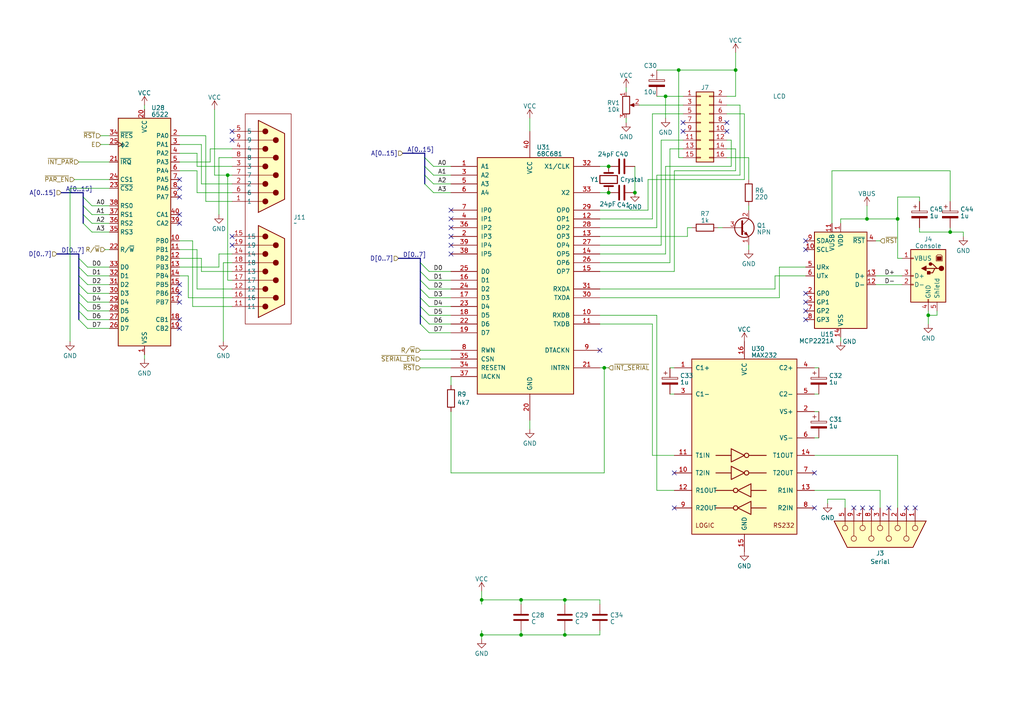
<source format=kicad_sch>
(kicad_sch (version 20231120) (generator "eeschema") (generator_version "8.0")
  (paper "A4")
  (lib_symbols
    (symbol "Connector:DE9_Receptacle" (pin_names (offset 1.016) hide)
      (property "Reference" "J" (at 0 13.97 0))
      (property "Value" "DE9_Receptacle" (at 0 -14.605 0))
      (symbol "DE9_Receptacle_1_1"
        (pin passive line (at -7.62 10.16 0) (length 3.81) (name "1") (number "1"))
        (pin passive line (at -7.62 5.08 0) (length 3.81) (name "2") (number "2"))
        (pin passive line (at -7.62 0 0) (length 3.81) (name "3") (number "3"))
        (pin passive line (at -7.62 -5.08 0) (length 3.81) (name "4") (number "4"))
        (pin passive line (at -7.62 -10.16 0) (length 3.81) (name "5") (number "5"))
        (pin passive line (at -7.62 7.62 0) (length 3.81) (name "6") (number "6"))
        (pin passive line (at -7.62 2.54 0) (length 3.81) (name "7") (number "7"))
        (pin passive line (at -7.62 -2.54 0) (length 3.81) (name "8") (number "8"))
        (pin passive line (at -7.62 -7.62 0) (length 3.81) (name "9") (number "9"))
      )
    )
    (symbol "Connector:USB_B" (pin_names (offset 1.016))
      (property "Reference" "J" (at -5.08 11.43 0))
      (property "Value" "USB_B" (at -5.08 8.89 0))
      (symbol "USB_B_1_1"
        (pin power_out line (at 7.62 5.08 180) (length 2.54) (name "VBUS") (number "1"))
        (pin bidirectional line (at 7.62 -2.54 180) (length 2.54) (name "D-") (number "2"))
        (pin bidirectional line (at 7.62 0 180) (length 2.54) (name "D+") (number "3"))
        (pin power_out line (at 0 -10.16 90) (length 2.54) (name "GND") (number "4"))
        (pin passive line (at -2.54 -10.16 90) (length 2.54) (name "Shield") (number "5"))
      )
    )
    (symbol "Connector_Generic:Conn_02x08_Odd_Even" (pin_names (offset 1.016) hide)
      (property "Reference" "J" (at 1.27 10.16 0))
      (property "Value" "Conn_02x08_Odd_Even" (at 1.27 -12.7 0))
      (symbol "Conn_02x08_Odd_Even_1_1"
        (pin passive line (at -5.08 7.62 0) (length 3.81) (name "Pin_1") (number "1"))
        (pin passive line (at 7.62 -2.54 180) (length 3.81) (name "Pin_10") (number "10"))
        (pin passive line (at -5.08 -5.08 0) (length 3.81) (name "Pin_11") (number "11"))
        (pin passive line (at 7.62 -5.08 180) (length 3.81) (name "Pin_12") (number "12"))
        (pin passive line (at -5.08 -7.62 0) (length 3.81) (name "Pin_13") (number "13"))
        (pin passive line (at 7.62 -7.62 180) (length 3.81) (name "Pin_14") (number "14"))
        (pin passive line (at -5.08 -10.16 0) (length 3.81) (name "Pin_15") (number "15"))
        (pin passive line (at 7.62 -10.16 180) (length 3.81) (name "Pin_16") (number "16"))
        (pin passive line (at 7.62 7.62 180) (length 3.81) (name "Pin_2") (number "2"))
        (pin passive line (at -5.08 5.08 0) (length 3.81) (name "Pin_3") (number "3"))
        (pin passive line (at 7.62 5.08 180) (length 3.81) (name "Pin_4") (number "4"))
        (pin passive line (at -5.08 2.54 0) (length 3.81) (name "Pin_5") (number "5"))
        (pin passive line (at 7.62 2.54 180) (length 3.81) (name "Pin_6") (number "6"))
        (pin passive line (at -5.08 0 0) (length 3.81) (name "Pin_7") (number "7"))
        (pin passive line (at 7.62 0 180) (length 3.81) (name "Pin_8") (number "8"))
        (pin passive line (at -5.08 -2.54 0) (length 3.81) (name "Pin_9") (number "9"))
      )
    )
    (symbol "Device:C" (pin_numbers hide) (pin_names (offset 0.254))
      (property "Reference" "C" (at 0.635 2.54 0))
      (property "Value" "C" (at 0.635 -2.54 0))
      (symbol "C_1_1"
        (pin passive line (at 0 3.81 270) (length 2.794) (name "~") (number "1"))
        (pin passive line (at 0 -3.81 90) (length 2.794) (name "~") (number "2"))
      )
    )
    (symbol "Device:C_Polarized" (pin_numbers hide) (pin_names (offset 0.254))
      (property "Reference" "C" (at 0.635 2.54 0))
      (property "Value" "C_Polarized" (at 0.635 -2.54 0))
      (symbol "C_Polarized_1_1"
        (pin passive line (at 0 3.81 270) (length 2.794) (name "~") (number "1"))
        (pin passive line (at 0 -3.81 90) (length 2.794) (name "~") (number "2"))
      )
    )
    (symbol "Device:Crystal" (pin_numbers hide) (pin_names (offset 1.016) hide)
      (property "Reference" "Y" (at 0 3.81 0))
      (property "Value" "Crystal" (at 0 -3.81 0))
      (symbol "Crystal_1_1"
        (pin passive line (at -3.81 0 0) (length 1.27) (name "1") (number "1"))
        (pin passive line (at 3.81 0 180) (length 1.27) (name "2") (number "2"))
      )
    )
    (symbol "Device:Q_NPN_ECB" (pin_names (offset 0) hide)
      (property "Reference" "Q" (at 5.08 1.27 0))
      (property "Value" "Q_NPN_ECB" (at 5.08 -1.27 0))
      (symbol "Q_NPN_ECB_1_1"
        (pin passive line (at 2.54 -5.08 90) (length 2.54) (name "E") (number "1"))
        (pin passive line (at 2.54 5.08 270) (length 2.54) (name "C") (number "2"))
        (pin passive line (at -5.08 0 0) (length 5.715) (name "B") (number "3"))
      )
    )
    (symbol "Device:R" (pin_numbers hide) (pin_names (offset 0))
      (property "Reference" "R" (at 2.032 0 90))
      (property "Value" "R" (at 0 0 90))
      (symbol "R_1_1"
        (pin passive line (at 0 3.81 270) (length 1.27) (name "~") (number "1"))
        (pin passive line (at 0 -3.81 90) (length 1.27) (name "~") (number "2"))
      )
    )
    (symbol "Device:R_Potentiometer" (pin_names (offset 1.016) hide)
      (property "Reference" "RV" (at -4.445 0 90))
      (property "Value" "R_Potentiometer" (at -2.54 0 90))
      (symbol "R_Potentiometer_1_1"
        (pin passive line (at 0 3.81 270) (length 1.27) (name "1") (number "1"))
        (pin passive line (at 3.81 0 180) (length 1.27) (name "2") (number "2"))
        (pin passive line (at 0 -3.81 90) (length 1.27) (name "3") (number "3"))
      )
    )
    (symbol "Interface_UART:68C681" (pin_names (offset 1.016))
      (property "Reference" "U" (at -1.27 2.54 0))
      (property "Value" "68C681" (at -1.27 -2.54 0))
      (symbol "68C681_1_1"
        (pin input line (at -22.86 33.02 0) (length 7.62) (name "A1") (number "1"))
        (pin input line (at 20.32 -10.16 180) (length 7.62) (name "RXDB") (number "10"))
        (pin output line (at 20.32 -12.7 180) (length 7.62) (name "TXDB") (number "11"))
        (pin output line (at 20.32 17.78 180) (length 7.62) (name "OP1") (number "12"))
        (pin output line (at 20.32 12.7 180) (length 7.62) (name "OP3") (number "13"))
        (pin output line (at 20.32 7.62 180) (length 7.62) (name "OP5") (number "14"))
        (pin output line (at 20.32 2.54 180) (length 7.62) (name "OP7") (number "15"))
        (pin input line (at -22.86 0 0) (length 7.62) (name "D1") (number "16"))
        (pin input line (at -22.86 -5.08 0) (length 7.62) (name "D3") (number "17"))
        (pin input line (at -22.86 -10.16 0) (length 7.62) (name "D5") (number "18"))
        (pin input line (at -22.86 -15.24 0) (length 7.62) (name "D7") (number "19"))
        (pin input line (at -22.86 12.7 0) (length 7.62) (name "IP3") (number "2"))
        (pin power_in line (at 0 -40.64 90) (length 7.62) (name "GND") (number "20"))
        (pin output line (at 20.32 -25.4 180) (length 7.62) (name "INTRN") (number "21"))
        (pin input line (at -22.86 -12.7 0) (length 7.62) (name "D6") (number "22"))
        (pin input line (at -22.86 -7.62 0) (length 7.62) (name "D4") (number "23"))
        (pin input line (at -22.86 -2.54 0) (length 7.62) (name "D2") (number "24"))
        (pin input line (at -22.86 2.54 0) (length 7.62) (name "D0") (number "25"))
        (pin output line (at 20.32 5.08 180) (length 7.62) (name "OP6") (number "26"))
        (pin output line (at 20.32 10.16 180) (length 7.62) (name "OP4") (number "27"))
        (pin output line (at 20.32 15.24 180) (length 7.62) (name "OP2") (number "28"))
        (pin output line (at 20.32 20.32 180) (length 7.62) (name "OP0") (number "29"))
        (pin input line (at -22.86 30.48 0) (length 7.62) (name "A2") (number "3"))
        (pin output line (at 20.32 -5.08 180) (length 7.62) (name "TXDA") (number "30"))
        (pin input line (at 20.32 -2.54 180) (length 7.62) (name "RXDA") (number "31"))
        (pin input line (at 20.32 33.02 180) (length 7.62) (name "X1/CLK") (number "32"))
        (pin output line (at 20.32 25.4 180) (length 7.62) (name "X2") (number "33"))
        (pin input line (at -22.86 -25.4 0) (length 7.62) (name "RESETN") (number "34"))
        (pin input line (at -22.86 -22.86 0) (length 7.62) (name "CSN") (number "35"))
        (pin input line (at -22.86 15.24 0) (length 7.62) (name "IP2") (number "36"))
        (pin input line (at -22.86 -27.94 0) (length 7.62) (name "IACKN") (number "37"))
        (pin input line (at -22.86 7.62 0) (length 7.62) (name "IP5") (number "38"))
        (pin input line (at -22.86 10.16 0) (length 7.62) (name "IP4") (number "39"))
        (pin input line (at -22.86 17.78 0) (length 7.62) (name "IP1") (number "4"))
        (pin power_in line (at 0 43.18 270) (length 7.62) (name "VCC") (number "40"))
        (pin input line (at -22.86 27.94 0) (length 7.62) (name "A3") (number "5"))
        (pin input line (at -22.86 25.4 0) (length 7.62) (name "A4") (number "6"))
        (pin input line (at -22.86 20.32 0) (length 7.62) (name "IP0") (number "7"))
        (pin input line (at -22.86 -20.32 0) (length 7.62) (name "RWN") (number "8"))
        (pin output line (at 20.32 -20.32 180) (length 7.62) (name "DTACKN") (number "9"))
      )
    )
    (symbol "Interface_UART:MAX232" (pin_names (offset 1.016))
      (property "Reference" "U" (at -2.54 28.575 0))
      (property "Value" "MAX232" (at -2.54 26.67 0))
      (symbol "MAX232_0_0"
        (text "LOGIC" (at -11.43 -22.86 0) (effects (font (size 1.27 1.27))))
        (text "RS232" (at 11.43 -22.86 0) (effects (font (size 1.27 1.27))))
      )
      (symbol "MAX232_1_1"
        (pin passive line (at -20.32 22.86 0) (length 5.08) (name "C1+") (number "1"))
        (pin input line (at -20.32 -7.62 0) (length 5.08) (name "T2IN") (number "10"))
        (pin input line (at -20.32 -2.54 0) (length 5.08) (name "T1IN") (number "11"))
        (pin output line (at -20.32 -12.7 0) (length 5.08) (name "R1OUT") (number "12"))
        (pin input line (at 20.32 -12.7 180) (length 5.08) (name "R1IN") (number "13"))
        (pin output line (at 20.32 -2.54 180) (length 5.08) (name "T1OUT") (number "14"))
        (pin power_in line (at 0 -30.48 90) (length 5.08) (name "GND") (number "15"))
        (pin power_in line (at 0 30.48 270) (length 5.08) (name "VCC") (number "16"))
        (pin power_out line (at 20.32 10.16 180) (length 5.08) (name "VS+") (number "2"))
        (pin passive line (at -20.32 15.24 0) (length 5.08) (name "C1-") (number "3"))
        (pin passive line (at 20.32 22.86 180) (length 5.08) (name "C2+") (number "4"))
        (pin passive line (at 20.32 15.24 180) (length 5.08) (name "C2-") (number "5"))
        (pin power_out line (at 20.32 2.54 180) (length 5.08) (name "VS-") (number "6"))
        (pin output line (at 20.32 -7.62 180) (length 5.08) (name "T2OUT") (number "7"))
        (pin input line (at 20.32 -17.78 180) (length 5.08) (name "R2IN") (number "8"))
        (pin output line (at -20.32 -17.78 0) (length 5.08) (name "R2OUT") (number "9"))
      )
    )
    (symbol "Interface_USB:MCP2221AxP"
      (property "Reference" "U" (at -7.62 16.51 0))
      (property "Value" "MCP2221AxP" (at 12.7 16.51 0))
      (symbol "MCP2221AxP_1_1"
        (pin power_in line (at 0 17.78 270) (length 2.54) (name "VDD") (number "1"))
        (pin bidirectional line (at 10.16 10.16 180) (length 2.54) (name "SCL") (number "10"))
        (pin passive line (at 2.54 17.78 270) (length 2.54) (name "VUSB") (number "11"))
        (pin bidirectional line (at -10.16 0 0) (length 2.54) (name "D-") (number "12"))
        (pin bidirectional line (at -10.16 2.54 0) (length 2.54) (name "D+") (number "13"))
        (pin power_in line (at 0 -15.24 90) (length 2.54) (name "VSS") (number "14"))
        (pin bidirectional line (at 10.16 -2.54 180) (length 2.54) (name "GP0") (number "2"))
        (pin bidirectional line (at 10.16 -5.08 180) (length 2.54) (name "GP1") (number "3"))
        (pin input line (at -10.16 12.7 0) (length 2.54) (name "~{RST}") (number "4"))
        (pin input line (at 10.16 5.08 180) (length 2.54) (name "URx") (number "5"))
        (pin output line (at 10.16 2.54 180) (length 2.54) (name "UTx") (number "6"))
        (pin bidirectional line (at 10.16 -7.62 180) (length 2.54) (name "GP2") (number "7"))
        (pin bidirectional line (at 10.16 -10.16 180) (length 2.54) (name "GP3") (number "8"))
        (pin bidirectional line (at 10.16 12.7 180) (length 2.54) (name "SDA") (number "9"))
      )
    )
    (symbol "PCM_65xx-library:6522"
      (property "Reference" "U" (at 2.54 38.1 0))
      (property "Value" "6522" (at 2.54 35.56 0))
      (symbol "6522_1_1"
        (pin power_in line (at 0 -35.56 90) (length 2.54) (name "VSS") (number "1"))
        (pin bidirectional line (at 10.16 -2.54 180) (length 2.54) (name "PB0") (number "10"))
        (pin bidirectional line (at 10.16 -5.08 180) (length 2.54) (name "PB1") (number "11"))
        (pin bidirectional line (at 10.16 -7.62 180) (length 2.54) (name "PB2") (number "12"))
        (pin bidirectional line (at 10.16 -10.16 180) (length 2.54) (name "PB3") (number "13"))
        (pin bidirectional line (at 10.16 -12.7 180) (length 2.54) (name "PB4") (number "14"))
        (pin bidirectional line (at 10.16 -15.24 180) (length 2.54) (name "PB5") (number "15"))
        (pin bidirectional line (at 10.16 -17.78 180) (length 2.54) (name "PB6") (number "16"))
        (pin bidirectional line (at 10.16 -20.32 180) (length 2.54) (name "PB7") (number "17"))
        (pin input line (at 10.16 -25.4 180) (length 2.54) (name "CB1") (number "18"))
        (pin bidirectional line (at 10.16 -27.94 180) (length 2.54) (name "CB2") (number "19"))
        (pin bidirectional line (at 10.16 27.94 180) (length 2.54) (name "PA0") (number "2"))
        (pin power_in line (at 0 35.56 270) (length 2.54) (name "VCC") (number "20"))
        (pin open_collector line (at -10.16 20.32 0) (length 2.54) (name "~{IRQ}") (number "21"))
        (pin input line (at -10.16 -5.08 0) (length 2.54) (name "R/~{W}") (number "22"))
        (pin input line (at -10.16 12.7 0) (length 2.54) (name "~{CS2}") (number "23"))
        (pin input line (at -10.16 15.24 0) (length 2.54) (name "CS1") (number "24"))
        (pin input clock (at -10.16 25.4 0) (length 2.54) (name "ϕ2") (number "25"))
        (pin bidirectional line (at -10.16 -27.94 0) (length 2.54) (name "D7") (number "26"))
        (pin bidirectional line (at -10.16 -25.4 0) (length 2.54) (name "D6") (number "27"))
        (pin bidirectional line (at -10.16 -22.86 0) (length 2.54) (name "D5") (number "28"))
        (pin bidirectional line (at -10.16 -20.32 0) (length 2.54) (name "D4") (number "29"))
        (pin bidirectional line (at 10.16 25.4 180) (length 2.54) (name "PA1") (number "3"))
        (pin bidirectional line (at -10.16 -17.78 0) (length 2.54) (name "D3") (number "30"))
        (pin bidirectional line (at -10.16 -15.24 0) (length 2.54) (name "D2") (number "31"))
        (pin bidirectional line (at -10.16 -12.7 0) (length 2.54) (name "D1") (number "32"))
        (pin bidirectional line (at -10.16 -10.16 0) (length 2.54) (name "D0") (number "33"))
        (pin input line (at -10.16 27.94 0) (length 2.54) (name "~{RES}") (number "34"))
        (pin input line (at -10.16 0 0) (length 2.54) (name "RS3") (number "35"))
        (pin input line (at -10.16 2.54 0) (length 2.54) (name "RS2") (number "36"))
        (pin input line (at -10.16 5.08 0) (length 2.54) (name "RS1") (number "37"))
        (pin input line (at -10.16 7.62 0) (length 2.54) (name "RS0") (number "38"))
        (pin bidirectional line (at 10.16 2.54 180) (length 2.54) (name "CA2") (number "39"))
        (pin bidirectional line (at 10.16 22.86 180) (length 2.54) (name "PA2") (number "4"))
        (pin input line (at 10.16 5.08 180) (length 2.54) (name "CA1") (number "40"))
        (pin bidirectional line (at 10.16 20.32 180) (length 2.54) (name "PA3") (number "5"))
        (pin bidirectional line (at 10.16 17.78 180) (length 2.54) (name "PA4") (number "6"))
        (pin bidirectional line (at 10.16 15.24 180) (length 2.54) (name "PA5") (number "7"))
        (pin bidirectional line (at 10.16 12.7 180) (length 2.54) (name "PA6") (number "8"))
        (pin bidirectional line (at 10.16 10.16 180) (length 2.54) (name "PA7") (number "9"))
      )
    )
    (symbol "motherboard:Dual-DB9"
      (property "Reference" "J" (at -1.27 -33.782 0))
      (symbol "Dual-DB9_1_1"
        (pin passive line (at -6.35 5.08 0) (length 3.81) (name "1") (number "1"))
        (pin passive line (at -6.35 -25.4 0) (length 3.81) (name "11") (number "11"))
        (pin passive line (at -6.35 -20.32 0) (length 3.81) (name "12") (number "12"))
        (pin passive line (at -6.35 -15.24 0) (length 3.81) (name "13") (number "13"))
        (pin passive line (at -6.35 -10.16 0) (length 3.81) (name "14") (number "14"))
        (pin passive line (at -6.35 -5.08 0) (length 3.81) (name "15") (number "15"))
        (pin passive line (at -6.35 -22.86 0) (length 3.81) (name "16") (number "16"))
        (pin passive line (at -6.35 -17.78 0) (length 3.81) (name "17") (number "17"))
        (pin passive line (at -6.35 -12.7 0) (length 3.81) (name "18") (number "18"))
        (pin passive line (at -6.35 -7.62 0) (length 3.81) (name "19") (number "19"))
        (pin passive line (at -6.35 10.16 0) (length 3.81) (name "2") (number "2"))
        (pin passive line (at -6.35 15.24 0) (length 3.81) (name "3") (number "3"))
        (pin passive line (at -6.35 20.32 0) (length 3.81) (name "4") (number "4"))
        (pin passive line (at -6.35 25.4 0) (length 3.81) (name "5") (number "5"))
        (pin passive line (at -6.35 7.62 0) (length 3.81) (name "6") (number "6"))
        (pin passive line (at -6.35 12.7 0) (length 3.81) (name "7") (number "7"))
        (pin passive line (at -6.35 17.78 0) (length 3.81) (name "8") (number "8"))
        (pin passive line (at -6.35 22.86 0) (length 3.81) (name "9") (number "9"))
      )
    )
    (symbol "power:GND" (power) (pin_names (offset 0))
      (property "Value" "GND" (at 0 -3.81 0))
      (symbol "GND_1_1"
        (pin power_in line (at 0 0 270) (length 0) hide (name "GND") (number "1"))
      )
    )
    (symbol "power:VBUS" (power) (pin_names (offset 0))
      (property "Value" "VBUS" (at 0 3.81 0))
      (symbol "VBUS_1_1"
        (pin power_in line (at 0 0 90) (length 0) hide (name "VBUS") (number "1"))
      )
    )
    (symbol "power:VCC" (power) (pin_names (offset 0))
      (property "Value" "VCC" (at 0 3.81 0))
      (symbol "VCC_1_1"
        (pin power_in line (at 0 0 90) (length 0) hide (name "VCC") (number "1"))
      )
    )
  )
  (junction (at 176.53 48.26))
  (junction (at 184.15 55.88))
  (junction (at 176.53 55.88))
  (junction (at 139.7 173.99))
  (junction (at 151.13 184.15))
  (junction (at 260.35 63.5))
  (junction (at 196.85 20.32))
  (junction (at 193.04 27.94))
  (junction (at 151.13 173.99))
  (junction (at 175.26 106.68))
  (junction (at 251.46 63.5))
  (junction (at 275.59 67.31))
  (junction (at 269.24 91.44))
  (junction (at 163.83 173.99))
  (junction (at 139.7 184.15))
  (junction (at 66.04 50.8))
  (junction (at 163.83 184.15))
  (junction (at 213.36 20.32))
  (no_connect (at 130.81 63.5))
  (no_connect (at 67.31 40.64))
  (no_connect (at 130.81 73.66))
  (no_connect (at 195.58 137.16))
  (no_connect (at 247.65 147.32))
  (no_connect (at 210.82 35.56))
  (no_connect (at 233.68 85.09))
  (no_connect (at 52.07 64.77))
  (no_connect (at 130.81 66.04))
  (no_connect (at 257.81 147.32))
  (no_connect (at 262.89 147.32))
  (no_connect (at 236.22 147.32))
  (no_connect (at 52.07 57.15))
  (no_connect (at 252.73 147.32))
  (no_connect (at 52.07 87.63))
  (no_connect (at 52.07 62.23))
  (no_connect (at 265.43 147.32))
  (no_connect (at 130.81 68.58))
  (no_connect (at 173.99 101.6))
  (no_connect (at 233.68 92.71))
  (no_connect (at 52.07 95.25))
  (no_connect (at 52.07 54.61))
  (no_connect (at 233.68 90.17))
  (no_connect (at 195.58 147.32))
  (no_connect (at 233.68 87.63))
  (no_connect (at 52.07 52.07))
  (no_connect (at 236.22 137.16))
  (no_connect (at 52.07 92.71))
  (no_connect (at 52.07 82.55))
  (no_connect (at 67.31 68.58))
  (no_connect (at 198.12 38.1))
  (no_connect (at 198.12 35.56))
  (no_connect (at 67.31 71.12))
  (no_connect (at 67.31 38.1))
  (no_connect (at 233.68 69.85))
  (no_connect (at 130.81 60.96))
  (no_connect (at 210.82 38.1))
  (no_connect (at 130.81 71.12))
  (no_connect (at 250.19 147.32))
  (no_connect (at 233.68 72.39))
  (no_connect (at 52.07 85.09))
  (bus_entry (at 123.19 53.34) (size 2.54 2.54))
  (bus_entry (at 24.13 64.77) (size 2.54 2.54))
  (bus_entry (at 123.19 48.26) (size 2.54 2.54))
  (bus_entry (at 24.13 57.15) (size 2.54 2.54))
  (bus_entry (at 121.92 83.82) (size 2.54 2.54))
  (bus_entry (at 121.92 93.98) (size 2.54 2.54))
  (bus_entry (at 22.86 85.09) (size 2.54 2.54))
  (bus_entry (at 121.92 86.36) (size 2.54 2.54))
  (bus_entry (at 22.86 90.17) (size 2.54 2.54))
  (bus_entry (at 22.86 82.55) (size 2.54 2.54))
  (bus_entry (at 22.86 77.47) (size 2.54 2.54))
  (bus_entry (at 123.19 50.8) (size 2.54 2.54))
  (bus_entry (at 22.86 92.71) (size 2.54 2.54))
  (bus_entry (at 24.13 59.69) (size 2.54 2.54))
  (bus_entry (at 121.92 91.44) (size 2.54 2.54))
  (bus_entry (at 123.19 45.72) (size 2.54 2.54))
  (bus_entry (at 121.92 78.74) (size 2.54 2.54))
  (bus_entry (at 22.86 74.93) (size 2.54 2.54))
  (bus_entry (at 121.92 81.28) (size 2.54 2.54))
  (bus_entry (at 22.86 87.63) (size 2.54 2.54))
  (bus_entry (at 121.92 76.2) (size 2.54 2.54))
  (bus_entry (at 121.92 88.9) (size 2.54 2.54))
  (bus_entry (at 24.13 62.23) (size 2.54 2.54))
  (bus_entry (at 22.86 80.01) (size 2.54 2.54))
  (wire (pts (xy 184.15 48.26) (xy 184.15 55.88)))
  (wire (pts (xy 57.15 48.26) (xy 57.15 44.45)))
  (bus (pts (xy 123.19 53.34) (xy 123.19 50.8)))
  (wire (pts (xy 226.06 77.47) (xy 226.06 86.36)))
  (wire (pts (xy 275.59 67.31) (xy 279.4 67.31)))
  (wire (pts (xy 62.23 31.75) (xy 62.23 50.8)))
  (wire (pts (xy 190.5 50.8) (xy 190.5 66.04)))
  (wire (pts (xy 67.31 78.74) (xy 58.42 78.74)))
  (wire (pts (xy 121.92 106.68) (xy 130.81 106.68)))
  (wire (pts (xy 67.31 83.82) (xy 57.15 83.82)))
  (wire (pts (xy 189.23 33.02) (xy 189.23 63.5)))
  (wire (pts (xy 251.46 59.69) (xy 251.46 63.5)))
  (wire (pts (xy 125.73 48.26) (xy 130.81 48.26)))
  (wire (pts (xy 224.79 83.82) (xy 173.99 83.82)))
  (bus (pts (xy 123.19 48.26) (xy 123.19 45.72)))
  (wire (pts (xy 189.23 93.98) (xy 189.23 132.08)))
  (wire (pts (xy 124.46 93.98) (xy 130.81 93.98)))
  (wire (pts (xy 266.7 58.42) (xy 266.7 57.15)))
  (wire (pts (xy 153.67 34.29) (xy 153.67 38.1)))
  (wire (pts (xy 25.4 80.01) (xy 31.75 80.01)))
  (bus (pts (xy 22.86 74.93) (xy 22.86 77.47)))
  (wire (pts (xy 151.13 184.15) (xy 163.83 184.15)))
  (wire (pts (xy 54.61 86.36) (xy 54.61 80.01)))
  (bus (pts (xy 121.92 83.82) (xy 121.92 86.36)))
  (wire (pts (xy 124.46 81.28) (xy 130.81 81.28)))
  (wire (pts (xy 130.81 109.22) (xy 130.81 111.76)))
  (wire (pts (xy 67.31 55.88) (xy 57.15 55.88)))
  (wire (pts (xy 255.27 142.24) (xy 236.22 142.24)))
  (wire (pts (xy 213.36 43.18) (xy 210.82 43.18)))
  (wire (pts (xy 26.67 67.31) (xy 31.75 67.31)))
  (wire (pts (xy 195.58 49.53) (xy 213.36 49.53)))
  (wire (pts (xy 130.81 137.16) (xy 175.26 137.16)))
  (wire (pts (xy 260.35 132.08) (xy 236.22 132.08)))
  (wire (pts (xy 260.35 63.5) (xy 251.46 63.5)))
  (wire (pts (xy 217.17 45.72) (xy 210.82 45.72)))
  (wire (pts (xy 139.7 184.15) (xy 139.7 185.42)))
  (wire (pts (xy 260.35 57.15) (xy 260.35 63.5)))
  (wire (pts (xy 29.21 41.91) (xy 31.75 41.91)))
  (wire (pts (xy 187.96 52.07) (xy 215.9 52.07)))
  (wire (pts (xy 176.53 106.68) (xy 175.26 106.68)))
  (wire (pts (xy 139.7 182.88) (xy 139.7 184.15)))
  (wire (pts (xy 236.22 114.3) (xy 237.49 114.3)))
  (wire (pts (xy 173.99 91.44) (xy 190.5 91.44)))
  (wire (pts (xy 195.58 49.53) (xy 195.58 78.74)))
  (wire (pts (xy 213.36 20.32) (xy 213.36 27.94)))
  (wire (pts (xy 63.5 73.66) (xy 63.5 77.47)))
  (bus (pts (xy 16.51 73.66) (xy 22.86 73.66)))
  (wire (pts (xy 25.4 85.09) (xy 31.75 85.09)))
  (wire (pts (xy 271.78 90.17) (xy 271.78 91.44)))
  (wire (pts (xy 57.15 49.53) (xy 52.07 49.53)))
  (wire (pts (xy 63.5 77.47) (xy 52.07 77.47)))
  (wire (pts (xy 163.83 173.99) (xy 173.99 173.99)))
  (bus (pts (xy 115.57 74.93) (xy 121.92 74.93)))
  (wire (pts (xy 226.06 86.36) (xy 173.99 86.36)))
  (wire (pts (xy 173.99 76.2) (xy 194.31 76.2)))
  (wire (pts (xy 151.13 184.15) (xy 151.13 182.88)))
  (wire (pts (xy 67.31 58.42) (xy 59.69 58.42)))
  (wire (pts (xy 59.69 39.37) (xy 52.07 39.37)))
  (wire (pts (xy 58.42 53.34) (xy 58.42 41.91)))
  (bus (pts (xy 24.13 59.69) (xy 24.13 57.15)))
  (wire (pts (xy 194.31 106.68) (xy 195.58 106.68)))
  (wire (pts (xy 173.99 48.26) (xy 176.53 48.26)))
  (wire (pts (xy 217.17 71.12) (xy 217.17 72.39)))
  (bus (pts (xy 121.92 78.74) (xy 121.92 81.28)))
  (wire (pts (xy 153.67 124.46) (xy 153.67 121.92)))
  (wire (pts (xy 260.35 147.32) (xy 260.35 132.08)))
  (wire (pts (xy 125.73 53.34) (xy 130.81 53.34)))
  (wire (pts (xy 57.15 55.88) (xy 57.15 49.53)))
  (wire (pts (xy 57.15 72.39) (xy 52.07 72.39)))
  (wire (pts (xy 25.4 82.55) (xy 31.75 82.55)))
  (wire (pts (xy 185.42 30.48) (xy 198.12 30.48)))
  (bus (pts (xy 121.92 91.44) (xy 121.92 93.98)))
  (wire (pts (xy 173.99 184.15) (xy 173.99 182.88)))
  (wire (pts (xy 190.5 91.44) (xy 190.5 142.24)))
  (wire (pts (xy 191.77 40.64) (xy 191.77 71.12)))
  (wire (pts (xy 52.07 80.01) (xy 54.61 80.01)))
  (wire (pts (xy 139.7 184.15) (xy 151.13 184.15)))
  (wire (pts (xy 266.7 67.31) (xy 275.59 67.31)))
  (wire (pts (xy 58.42 41.91) (xy 52.07 41.91)))
  (wire (pts (xy 193.04 27.94) (xy 193.04 34.29)))
  (wire (pts (xy 194.31 43.18) (xy 194.31 76.2)))
  (wire (pts (xy 266.7 57.15) (xy 260.35 57.15)))
  (wire (pts (xy 196.85 20.32) (xy 213.36 20.32)))
  (wire (pts (xy 67.31 88.9) (xy 55.88 88.9)))
  (wire (pts (xy 25.4 77.47) (xy 31.75 77.47)))
  (wire (pts (xy 67.31 53.34) (xy 58.42 53.34)))
  (wire (pts (xy 30.48 72.39) (xy 31.75 72.39)))
  (wire (pts (xy 63.5 73.66) (xy 67.31 73.66)))
  (bus (pts (xy 123.19 45.72) (xy 123.19 44.45)))
  (wire (pts (xy 25.4 90.17) (xy 31.75 90.17)))
  (wire (pts (xy 193.04 48.26) (xy 212.09 48.26)))
  (bus (pts (xy 22.86 80.01) (xy 22.86 82.55)))
  (wire (pts (xy 255.27 147.32) (xy 255.27 142.24)))
  (wire (pts (xy 151.13 173.99) (xy 163.83 173.99)))
  (wire (pts (xy 163.83 173.99) (xy 163.83 175.26)))
  (wire (pts (xy 26.67 62.23) (xy 31.75 62.23)))
  (wire (pts (xy 212.09 40.64) (xy 210.82 40.64)))
  (wire (pts (xy 124.46 91.44) (xy 130.81 91.44)))
  (wire (pts (xy 245.11 147.32) (xy 245.11 144.78)))
  (wire (pts (xy 124.46 88.9) (xy 130.81 88.9)))
  (wire (pts (xy 215.9 52.07) (xy 215.9 33.02)))
  (wire (pts (xy 260.35 74.93) (xy 261.62 74.93)))
  (wire (pts (xy 67.31 45.72) (xy 63.5 45.72)))
  (wire (pts (xy 190.5 27.94) (xy 193.04 27.94)))
  (wire (pts (xy 124.46 83.82) (xy 130.81 83.82)))
  (wire (pts (xy 58.42 78.74) (xy 58.42 74.93)))
  (wire (pts (xy 236.22 119.38) (xy 237.49 119.38)))
  (wire (pts (xy 26.67 59.69) (xy 31.75 59.69)))
  (wire (pts (xy 251.46 63.5) (xy 243.84 63.5)))
  (wire (pts (xy 198.12 45.72) (xy 196.85 45.72)))
  (wire (pts (xy 213.36 27.94) (xy 210.82 27.94)))
  (wire (pts (xy 25.4 95.25) (xy 31.75 95.25)))
  (wire (pts (xy 279.4 67.31) (xy 279.4 68.58)))
  (wire (pts (xy 173.99 66.04) (xy 190.5 66.04)))
  (wire (pts (xy 31.75 54.61) (xy 20.32 54.61)))
  (wire (pts (xy 217.17 59.69) (xy 217.17 60.96)))
  (wire (pts (xy 260.35 63.5) (xy 260.35 74.93)))
  (wire (pts (xy 22.86 46.99) (xy 31.75 46.99)))
  (wire (pts (xy 173.99 63.5) (xy 189.23 63.5)))
  (bus (pts (xy 121.92 76.2) (xy 121.92 78.74)))
  (wire (pts (xy 269.24 91.44) (xy 271.78 91.44)))
  (wire (pts (xy 163.83 184.15) (xy 173.99 184.15)))
  (wire (pts (xy 190.5 142.24) (xy 195.58 142.24)))
  (wire (pts (xy 213.36 15.24) (xy 213.36 20.32)))
  (wire (pts (xy 55.88 69.85) (xy 52.07 69.85)))
  (bus (pts (xy 121.92 74.93) (xy 121.92 76.2)))
  (wire (pts (xy 190.5 50.8) (xy 214.63 50.8)))
  (wire (pts (xy 224.79 80.01) (xy 233.68 80.01)))
  (wire (pts (xy 241.3 49.53) (xy 241.3 64.77)))
  (wire (pts (xy 41.91 30.48) (xy 41.91 31.75)))
  (wire (pts (xy 139.7 173.99) (xy 151.13 173.99)))
  (wire (pts (xy 26.67 64.77) (xy 31.75 64.77)))
  (wire (pts (xy 67.31 76.2) (xy 64.77 76.2)))
  (wire (pts (xy 199.39 66.04) (xy 200.66 66.04)))
  (wire (pts (xy 181.61 25.4) (xy 181.61 26.67)))
  (wire (pts (xy 226.06 77.47) (xy 233.68 77.47)))
  (bus (pts (xy 24.13 57.15) (xy 24.13 55.88)))
  (wire (pts (xy 25.4 87.63) (xy 31.75 87.63)))
  (wire (pts (xy 60.96 46.99) (xy 52.07 46.99)))
  (wire (pts (xy 243.84 99.06) (xy 243.84 97.79)))
  (wire (pts (xy 163.83 184.15) (xy 163.83 182.88)))
  (wire (pts (xy 41.91 102.87) (xy 41.91 104.14)))
  (wire (pts (xy 125.73 50.8) (xy 130.81 50.8)))
  (bus (pts (xy 121.92 88.9) (xy 121.92 91.44)))
  (wire (pts (xy 199.39 66.04) (xy 199.39 68.58)))
  (wire (pts (xy 236.22 106.68) (xy 237.49 106.68)))
  (wire (pts (xy 214.63 30.48) (xy 210.82 30.48)))
  (wire (pts (xy 66.04 50.8) (xy 62.23 50.8)))
  (wire (pts (xy 63.5 45.72) (xy 63.5 62.23)))
  (wire (pts (xy 193.04 48.26) (xy 193.04 73.66)))
  (wire (pts (xy 67.31 50.8) (xy 66.04 50.8)))
  (wire (pts (xy 212.09 48.26) (xy 212.09 40.64)))
  (bus (pts (xy 24.13 62.23) (xy 24.13 59.69)))
  (wire (pts (xy 124.46 86.36) (xy 130.81 86.36)))
  (bus (pts (xy 116.84 44.45) (xy 123.19 44.45)))
  (wire (pts (xy 269.24 91.44) (xy 269.24 93.98)))
  (wire (pts (xy 173.99 60.96) (xy 187.96 60.96)))
  (bus (pts (xy 22.86 82.55) (xy 22.86 85.09)))
  (wire (pts (xy 67.31 48.26) (xy 57.15 48.26)))
  (bus (pts (xy 22.86 85.09) (xy 22.86 87.63)))
  (wire (pts (xy 55.88 88.9) (xy 55.88 69.85)))
  (wire (pts (xy 173.99 173.99) (xy 173.99 175.26)))
  (wire (pts (xy 275.59 49.53) (xy 241.3 49.53)))
  (bus (pts (xy 22.86 90.17) (xy 22.86 92.71)))
  (wire (pts (xy 275.59 58.42) (xy 275.59 49.53)))
  (wire (pts (xy 173.99 55.88) (xy 176.53 55.88)))
  (wire (pts (xy 67.31 86.36) (xy 54.61 86.36)))
  (wire (pts (xy 208.28 66.04) (xy 209.55 66.04)))
  (wire (pts (xy 189.23 33.02) (xy 198.12 33.02)))
  (wire (pts (xy 243.84 63.5) (xy 243.84 64.77)))
  (wire (pts (xy 125.73 55.88) (xy 130.81 55.88)))
  (wire (pts (xy 236.22 127) (xy 237.49 127)))
  (bus (pts (xy 22.86 77.47) (xy 22.86 80.01)))
  (wire (pts (xy 173.99 78.74) (xy 195.58 78.74)))
  (wire (pts (xy 20.32 54.61) (xy 20.32 99.06)))
  (wire (pts (xy 254 80.01) (xy 261.62 80.01)))
  (wire (pts (xy 57.15 44.45) (xy 52.07 44.45)))
  (wire (pts (xy 245.11 144.78) (xy 240.03 144.78)))
  (wire (pts (xy 139.7 171.45) (xy 139.7 173.99)))
  (wire (pts (xy 187.96 52.07) (xy 187.96 60.96)))
  (wire (pts (xy 198.12 27.94) (xy 193.04 27.94)))
  (wire (pts (xy 190.5 20.32) (xy 196.85 20.32)))
  (wire (pts (xy 121.92 104.14) (xy 130.81 104.14)))
  (wire (pts (xy 175.26 106.68) (xy 173.99 106.68)))
  (wire (pts (xy 64.77 76.2) (xy 64.77 99.06)))
  (wire (pts (xy 66.04 81.28) (xy 67.31 81.28)))
  (wire (pts (xy 191.77 40.64) (xy 198.12 40.64)))
  (wire (pts (xy 214.63 50.8) (xy 214.63 30.48)))
  (wire (pts (xy 58.42 74.93) (xy 52.07 74.93)))
  (bus (pts (xy 22.86 73.66) (xy 22.86 74.93)))
  (bus (pts (xy 24.13 64.77) (xy 24.13 62.23)))
  (wire (pts (xy 25.4 92.71) (xy 31.75 92.71)))
  (wire (pts (xy 224.79 80.01) (xy 224.79 83.82)))
  (wire (pts (xy 59.69 58.42) (xy 59.69 39.37)))
  (wire (pts (xy 266.7 66.04) (xy 266.7 67.31)))
  (wire (pts (xy 151.13 173.99) (xy 151.13 175.26)))
  (wire (pts (xy 275.59 66.04) (xy 275.59 67.31)))
  (wire (pts (xy 66.04 50.8) (xy 66.04 81.28)))
  (wire (pts (xy 194.31 43.18) (xy 198.12 43.18)))
  (wire (pts (xy 189.23 132.08) (xy 195.58 132.08)))
  (wire (pts (xy 217.17 45.72) (xy 217.17 52.07)))
  (wire (pts (xy 21.59 52.07) (xy 31.75 52.07)))
  (bus (pts (xy 121.92 86.36) (xy 121.92 88.9)))
  (wire (pts (xy 173.99 71.12) (xy 191.77 71.12)))
  (wire (pts (xy 269.24 90.17) (xy 269.24 91.44)))
  (wire (pts (xy 173.99 73.66) (xy 193.04 73.66)))
  (wire (pts (xy 29.21 39.37) (xy 31.75 39.37)))
  (wire (pts (xy 124.46 78.74) (xy 130.81 78.74)))
  (wire (pts (xy 213.36 49.53) (xy 213.36 43.18)))
  (wire (pts (xy 130.81 119.38) (xy 130.81 137.16)))
  (wire (pts (xy 194.31 114.3) (xy 195.58 114.3)))
  (bus (pts (xy 22.86 87.63) (xy 22.86 90.17)))
  (wire (pts (xy 121.92 101.6) (xy 130.81 101.6)))
  (wire (pts (xy 173.99 93.98) (xy 189.23 93.98)))
  (bus (pts (xy 17.78 55.88) (xy 24.13 55.88)))
  (wire (pts (xy 124.46 96.52) (xy 130.81 96.52)))
  (wire (pts (xy 240.03 144.78) (xy 240.03 146.05)))
  (wire (pts (xy 57.15 83.82) (xy 57.15 72.39)))
  (wire (pts (xy 60.96 43.18) (xy 60.96 46.99)))
  (wire (pts (xy 181.61 34.29) (xy 181.61 35.56)))
  (bus (pts (xy 123.19 50.8) (xy 123.19 48.26)))
  (bus (pts (xy 121.92 81.28) (xy 121.92 83.82)))
  (wire (pts (xy 67.31 43.18) (xy 60.96 43.18)))
  (wire (pts (xy 196.85 45.72) (xy 196.85 20.32)))
  (wire (pts (xy 215.9 33.02) (xy 210.82 33.02)))
  (wire (pts (xy 175.26 137.16) (xy 175.26 106.68)))
  (wire (pts (xy 255.27 69.85) (xy 254 69.85)))
  (wire (pts (xy 139.7 173.99) (xy 139.7 175.26)))
  (wire (pts (xy 199.39 68.58) (xy 173.99 68.58)))
  (wire (pts (xy 254 82.55) (xy 261.62 82.55)))
  (label "D5" (at 26.67 90.17 0))
  (label "D[0..7]" (at 17.78 73.66 0))
  (label "A2" (at 27.94 64.77 0))
  (label "A1" (at 127 50.8 0))
  (label "D[0..7]" (at 116.84 74.93 0))
  (label "D3" (at 125.73 86.36 0))
  (label "A3" (at 127 55.88 0))
  (label "A[0..15]" (at 19.05 55.88 0))
  (label "A0" (at 127 48.26 0))
  (label "D0" (at 26.67 77.47 0))
  (label "D7" (at 26.67 95.25 0))
  (label "D4" (at 26.67 87.63 0))
  (label "A1" (at 27.94 62.23 0))
  (label "D-" (at 256.54 82.55 0))
  (label "D0" (at 125.73 78.74 0))
  (label "A3" (at 27.94 67.31 0))
  (label "D3" (at 26.67 85.09 0))
  (label "D7" (at 125.73 96.52 0))
  (label "A[0..15]" (at 118.11 44.45 0))
  (label "D2" (at 125.73 83.82 0))
  (label "D6" (at 26.67 92.71 0))
  (label "D6" (at 125.73 93.98 0))
  (label "D4" (at 125.73 88.9 0))
  (label "D5" (at 125.73 91.44 0))
  (label "D+" (at 256.54 80.01 0))
  (label "A2" (at 127 53.34 0))
  (label "D2" (at 26.67 82.55 0))
  (label "D1" (at 125.73 81.28 0))
  (label "A0" (at 27.94 59.69 0))
  (label "D1" (at 26.67 80.01 0))
  (hierarchical_label "E" (shape input) (at 29.21 41.91 180))
  (hierarchical_label "~{INT_PAR}" (shape input) (at 22.86 46.99 180))
  (hierarchical_label "R{slash}~{W}" (shape input) (at 121.92 101.6 180))
  (hierarchical_label "~{INT_SERIAL}" (shape input) (at 176.53 106.68 0))
  (hierarchical_label "~{RST}" (shape input) (at 121.92 106.68 180))
  (hierarchical_label "R{slash}~{W}" (shape input) (at 30.48 72.39 180))
  (hierarchical_label "A[0..15]" (shape input) (at 116.84 44.45 180))
  (hierarchical_label "D[0..7]" (shape input) (at 115.57 74.93 180))
  (hierarchical_label "~{PAR_EN}" (shape input) (at 21.59 52.07 180))
  (hierarchical_label "D[0..7]" (shape input) (at 16.51 73.66 180))
  (hierarchical_label "~{RST}" (shape input) (at 29.21 39.37 180))
  (hierarchical_label "~{SERIAL_EN}" (shape input) (at 121.92 104.14 180))
  (hierarchical_label "A[0..15]" (shape input) (at 17.78 55.88 180))
  (hierarchical_label "~{RST}" (shape input) (at 255.27 69.85 0))
  (symbol (lib_id "Interface_USB:MCP2221AxP") (at 243.84 82.55 0) (mirror y) (unit 1)
    (property "Reference" "U15" (at 241.8841 96.9725 0) (effects (justify left)))
    (property "Value" "MCP2221A" (at 241.8841 98.8935 0) (effects (justify left)))
    (property "Footprint" "Package_DIP:DIP-14_W7.62mm_Socket" (effects (hide yes)))
    (property "Datasheet" "http://ww1.microchip.com/downloads/en/DeviceDoc/20005565B.pdf" (effects (hide yes)))
  )
  (symbol (lib_id "power:VCC") (at 181.61 25.4 0) (mirror y) (unit 1)
    (property "Reference" "#PWR042" (effects (hide yes)))
    (property "Value" "VCC" (at 181.61 21.8981 0))
  )
  (symbol (lib_id "Connector_Generic:Conn_02x08_Odd_Even") (at 203.2 35.56 0) (unit 1)
    (property "Reference" "J7" (at 204.47 25.4 0))
    (property "Value" "LCD" (at 226.06 27.94 0))
    (property "Footprint" "Connector_PinHeader_2.54mm:PinHeader_2x08_P2.54mm_Vertical" (effects (hide yes)))
  )
  (symbol (lib_id "Device:Q_NPN_ECB") (at 214.63 66.04 0) (unit 1)
    (property "Reference" "Q1" (at 219.4814 65.3963 0) (effects (justify left)))
    (property "Value" "NPN" (at 219.4814 67.3173 0) (effects (justify left)))
    (property "Footprint" "Package_TO_SOT_THT:TO-92L_Inline" (effects (hide yes)))
  )
  (symbol (lib_id "power:VCC") (at 41.91 30.48 0) (unit 1)
    (property "Reference" "#PWR043" (effects (hide yes)))
    (property "Value" "VCC" (at 41.91 26.9781 0))
  )
  (symbol (lib_id "Device:C_Polarized") (at 237.49 110.49 0) (unit 1)
    (property "Reference" "C32" (at 240.411 108.9573 0) (effects (justify left)))
    (property "Value" "1u" (at 240.411 110.8783 0) (effects (justify left)))
    (property "Footprint" "Capacitor_THT:CP_Radial_D4.0mm_P2.00mm" (effects (hide yes)))
  )
  (symbol (lib_id "power:GND") (at 153.67 124.46 0) (unit 1)
    (property "Reference" "#PWR036" (effects (hide yes)))
    (property "Value" "GND" (at 153.67 128.5955 0))
  )
  (symbol (lib_id "Connector:USB_B") (at 269.24 80.01 0) (mirror y) (unit 1)
    (property "Reference" "J4" (at 269.24 69.3801 0))
    (property "Value" "Console" (at 269.24 71.3011 0))
    (property "Footprint" "Connector_USB:USB_B_Lumberg_2411_02_Horizontal" (effects (hide yes)))
    (property "Datasheet" " ~" (effects (hide yes)))
  )
  (symbol (lib_id "power:GND") (at 269.24 93.98 0) (unit 1)
    (property "Reference" "#PWR041" (effects (hide yes)))
    (property "Value" "GND" (at 269.24 98.1155 0))
  )
  (symbol (lib_id "power:GND") (at 139.7 185.42 0) (unit 1)
    (property "Reference" "#PWR095" (effects (hide yes)))
    (property "Value" "GND" (at 139.7 189.5555 0))
  )
  (symbol (lib_id "Device:R_Potentiometer") (at 181.61 30.48 0) (unit 1)
    (property "Reference" "RV1" (at 179.832 29.8363 0) (effects (justify right)))
    (property "Value" "10k" (at 179.832 31.7573 0) (effects (justify right)))
    (property "Footprint" "Potentiometer_THT:Potentiometer_Vishay_T73YP_Vertical" (effects (hide yes)))
  )
  (symbol (lib_id "power:GND") (at 63.5 62.23 0) (unit 1)
    (property "Reference" "#PWR086" (effects (hide yes)))
    (property "Value" "GND" (at 63.5 66.3655 0))
  )
  (symbol (lib_id "power:GND") (at 20.32 99.06 0) (unit 1)
    (property "Reference" "#PWR088" (effects (hide yes)))
    (property "Value" "GND" (at 20.32 103.1955 0))
  )
  (symbol (lib_id "Device:Crystal") (at 176.53 52.07 90) (unit 1)
    (property "Reference" "Y1" (at 171.196 52.07 90) (effects (justify right)))
    (property "Value" "Crystal" (at 179.832 52.07 90) (effects (justify right)))
    (property "Footprint" "Crystal:Crystal_HC49-U_Vertical" (effects (hide yes)))
    (property "Description" "Two pin crystal" (effects (hide yes)))
  )
  (symbol (lib_id "Interface_UART:68C681") (at 153.67 81.28 0) (unit 1)
    (property "Reference" "U31" (at 155.6259 42.7101 0) (effects (justify left)))
    (property "Value" "68C681" (at 155.6259 44.6311 0) (effects (justify left)))
    (property "Footprint" "Package_DIP:DIP-40_W15.24mm_Socket" (effects (hide yes)))
    (property "Datasheet" "https://www.elektronik.ropla.eu/pdf/stock/exa/xr68c681.pdf" (effects (hide yes)))
  )
  (symbol (lib_id "power:VCC") (at 62.23 31.75 0) (unit 1)
    (property "Reference" "#PWR079" (effects (hide yes)))
    (property "Value" "VCC" (at 62.23 28.2481 0))
  )
  (symbol (lib_id "PCM_65xx-library:6522") (at 41.91 67.31 0) (unit 1)
    (property "Reference" "U28" (at 43.8659 31.2801 0) (effects (justify left)))
    (property "Value" "6522" (at 43.8659 33.2011 0) (effects (justify left)))
    (property "Footprint" "Package_DIP:DIP-40_W15.24mm_Socket" (effects (hide yes)))
    (property "Datasheet" "http://www.6502.org/documents/datasheets/mos/mos_6522_preliminary_nov_1977.pdf" (effects (hide yes)))
  )
  (symbol (lib_id "power:GND") (at 215.9 160.02 0) (unit 1)
    (property "Reference" "#PWR098" (effects (hide yes)))
    (property "Value" "GND" (at 215.9 164.1555 0))
  )
  (symbol (lib_id "power:VCC") (at 153.67 34.29 0) (unit 1)
    (property "Reference" "#PWR035" (effects (hide yes)))
    (property "Value" "VCC" (at 153.67 30.7881 0))
  )
  (symbol (lib_id "power:GND") (at 64.77 99.06 0) (unit 1)
    (property "Reference" "#PWR087" (effects (hide yes)))
    (property "Value" "GND" (at 64.77 103.1955 0))
  )
  (symbol (lib_id "power:GND") (at 184.15 55.88 0) (mirror y) (unit 1)
    (property "Reference" "#PWR0107" (effects (hide yes)))
    (property "Value" "GND" (at 184.15 60.0155 0))
  )
  (symbol (lib_id "motherboard:Dual-DB9") (at 73.66 63.5 0) (unit 1)
    (property "Reference" "J11" (at 85.09 63.0308 0) (effects (justify left)))
    (property "Value" "~" (at 85.09 64.7122 0) (effects (justify left)))
    (property "Footprint" "motherboard:DSUB-9-Double_NorComp" (effects (hide yes)))
  )
  (symbol (lib_id "Device:R") (at 217.17 55.88 0) (unit 1)
    (property "Reference" "R6" (at 218.948 55.2363 0) (effects (justify left)))
    (property "Value" "220" (at 218.948 57.1573 0) (effects (justify left)))
    (property "Footprint" "Resistor_THT:R_Axial_DIN0204_L3.6mm_D1.6mm_P7.62mm_Horizontal" (effects (hide yes)))
  )
  (symbol (lib_id "Device:C") (at 180.34 48.26 90) (unit 1)
    (property "Reference" "C40" (at 180.34 44.704 90))
    (property "Value" "24pF" (at 175.768 44.704 90))
    (property "Footprint" "Capacitor_THT:C_Disc_D5.0mm_W2.5mm_P2.50mm" (effects (hide yes)))
  )
  (symbol (lib_id "Connector:DE9_Receptacle") (at 255.27 154.94 270) (unit 1)
    (property "Reference" "J3" (at 255.27 160.4701 90))
    (property "Value" "Serial" (at 255.27 162.8944 90))
    (property "Footprint" "Connector_Dsub:DSUB-9_Female_Horizontal_P2.77x2.84mm_EdgePinOffset9.40mm" (effects (hide yes)))
    (property "Datasheet" " ~" (effects (hide yes)))
  )
  (symbol (lib_id "power:GND") (at 181.61 35.56 0) (mirror y) (unit 1)
    (property "Reference" "#PWR085" (effects (hide yes)))
    (property "Value" "GND" (at 181.61 39.6955 0))
  )
  (symbol (lib_id "Device:C_Polarized") (at 275.59 62.23 0) (unit 1)
    (property "Reference" "C44" (at 278.511 60.6973 0) (effects (justify left)))
    (property "Value" "1u" (at 278.511 62.6183 0) (effects (justify left)))
    (property "Footprint" "Capacitor_THT:CP_Radial_D4.0mm_P2.00mm" (effects (hide yes)))
  )
  (symbol (lib_id "Device:C_Polarized") (at 190.5 24.13 0) (unit 1)
    (property "Reference" "C30" (at 186.69 19.05 0) (effects (justify left)))
    (property "Value" "10u" (at 186.69 26.67 0) (effects (justify left)))
    (property "Footprint" "Capacitor_THT:CP_Radial_D4.0mm_P2.00mm" (effects (hide yes)))
  )
  (symbol (lib_id "power:GND") (at 41.91 104.14 0) (unit 1)
    (property "Reference" "#PWR082" (effects (hide yes)))
    (property "Value" "GND" (at 41.91 108.2755 0))
  )
  (symbol (lib_id "Device:C") (at 151.13 179.07 0) (unit 1)
    (property "Reference" "C28" (at 154.051 178.4263 0) (effects (justify left)))
    (property "Value" "C" (at 154.051 180.3473 0) (effects (justify left)))
    (property "Footprint" "Capacitor_THT:C_Disc_D5.0mm_W2.5mm_P2.50mm" (effects (hide yes)))
  )
  (symbol (lib_id "power:GND") (at 217.17 72.39 0) (unit 1)
    (property "Reference" "#PWR083" (effects (hide yes)))
    (property "Value" "GND" (at 217.17 76.5255 0))
  )
  (symbol (lib_id "power:GND") (at 243.84 99.06 0) (unit 1)
    (property "Reference" "#PWR039" (effects (hide yes)))
    (property "Value" "GND" (at 246.38 99.06 0))
  )
  (symbol (lib_id "Device:C") (at 163.83 179.07 0) (unit 1)
    (property "Reference" "C29" (at 166.751 178.4263 0) (effects (justify left)))
    (property "Value" "C" (at 166.751 180.3473 0) (effects (justify left)))
    (property "Footprint" "Capacitor_THT:C_Disc_D5.0mm_W2.5mm_P2.50mm" (effects (hide yes)))
  )
  (symbol (lib_id "Device:C") (at 180.34 55.88 90) (unit 1)
    (property "Reference" "C41" (at 180.848 59.436 90))
    (property "Value" "24pF" (at 176.276 59.182 90))
    (property "Footprint" "Capacitor_THT:C_Disc_D5.0mm_W2.5mm_P2.50mm" (effects (hide yes)))
  )
  (symbol (lib_id "power:GND") (at 240.03 146.05 0) (unit 1)
    (property "Reference" "#PWR037" (effects (hide yes)))
    (property "Value" "GND" (at 240.03 150.1855 0))
  )
  (symbol (lib_id "Device:C_Polarized") (at 194.31 110.49 0) (unit 1)
    (property "Reference" "C33" (at 197.231 108.9573 0) (effects (justify left)))
    (property "Value" "1u" (at 197.231 110.8783 0) (effects (justify left)))
    (property "Footprint" "Capacitor_THT:CP_Radial_D4.0mm_P2.00mm" (effects (hide yes)))
  )
  (symbol (lib_id "Device:C_Polarized") (at 266.7 62.23 0) (unit 1)
    (property "Reference" "C45" (at 269.621 60.6973 0) (effects (justify left)))
    (property "Value" "1u" (at 269.621 62.6183 0) (effects (justify left)))
    (property "Footprint" "Capacitor_THT:CP_Radial_D4.0mm_P2.00mm" (effects (hide yes)))
  )
  (symbol (lib_id "Device:C_Polarized") (at 237.49 123.19 0) (unit 1)
    (property "Reference" "C31" (at 240.411 121.6573 0) (effects (justify left)))
    (property "Value" "1u" (at 240.411 123.5783 0) (effects (justify left)))
    (property "Footprint" "Capacitor_THT:CP_Radial_D4.0mm_P2.00mm" (effects (hide yes)))
  )
  (symbol (lib_id "power:GND") (at 279.4 68.58 0) (unit 1)
    (property "Reference" "#PWR038" (effects (hide yes)))
    (property "Value" "GND" (at 279.4 72.7155 0))
  )
  (symbol (lib_id "power:VBUS") (at 251.46 59.69 0) (unit 1)
    (property "Reference" "#PWR040" (effects (hide yes)))
    (property "Value" "VBUS" (at 251.46 56.1881 0))
  )
  (symbol (lib_id "Device:R") (at 204.47 66.04 90) (unit 1)
    (property "Reference" "R7" (at 204.47 62.0141 90))
    (property "Value" "1k" (at 204.47 63.9351 90))
    (property "Footprint" "Resistor_THT:R_Axial_DIN0204_L3.6mm_D1.6mm_P7.62mm_Horizontal" (effects (hide yes)))
  )
  (symbol (lib_id "Device:R") (at 130.81 115.57 0) (unit 1)
    (property "Reference" "R9" (at 132.588 114.3578 0) (effects (justify left)))
    (property "Value" "4k7" (at 132.588 116.7821 0) (effects (justify left)))
    (property "Footprint" "Resistor_THT:R_Axial_DIN0204_L3.6mm_D1.6mm_P7.62mm_Horizontal" (effects (hide yes)))
  )
  (symbol (lib_id "power:GND") (at 193.04 34.29 0) (unit 1)
    (property "Reference" "#PWR096" (effects (hide yes)))
    (property "Value" "GND" (at 193.04 38.4255 0))
  )
  (symbol (lib_id "power:VCC") (at 213.36 15.24 0) (unit 1)
    (property "Reference" "#PWR084" (effects (hide yes)))
    (property "Value" "VCC" (at 213.36 11.7381 0))
  )
  (symbol (lib_id "power:VCC") (at 215.9 99.06 0) (unit 1)
    (property "Reference" "#PWR097" (effects (hide yes)))
    (property "Value" "VCC" (at 215.9 95.5581 0))
  )
  (symbol (lib_id "power:VCC") (at 139.7 171.45 0) (unit 1)
    (property "Reference" "#PWR094" (effects (hide yes)))
    (property "Value" "VCC" (at 139.7 167.9481 0))
  )
  (symbol (lib_id "Interface_UART:MAX232") (at 215.9 129.54 0) (unit 1)
    (property "Reference" "U30" (at 217.8559 101.1301 0) (effects (justify left)))
    (property "Value" "MAX232" (at 217.8559 103.0511 0) (effects (justify left)))
    (property "Footprint" "Package_DIP:DIP-16_W7.62mm_Socket" (effects (hide yes)))
    (property "Datasheet" "http://www.ti.com/lit/ds/symlink/max232.pdf" (effects (hide yes)))
  )
  (symbol (lib_id "Device:C") (at 173.99 179.07 0) (unit 1)
    (property "Reference" "C34" (at 176.911 178.4263 0) (effects (justify left)))
    (property "Value" "C" (at 176.911 180.3473 0) (effects (justify left)))
    (property "Footprint" "Capacitor_THT:C_Disc_D5.0mm_W2.5mm_P2.50mm" (effects (hide yes)))
  )
)
</source>
